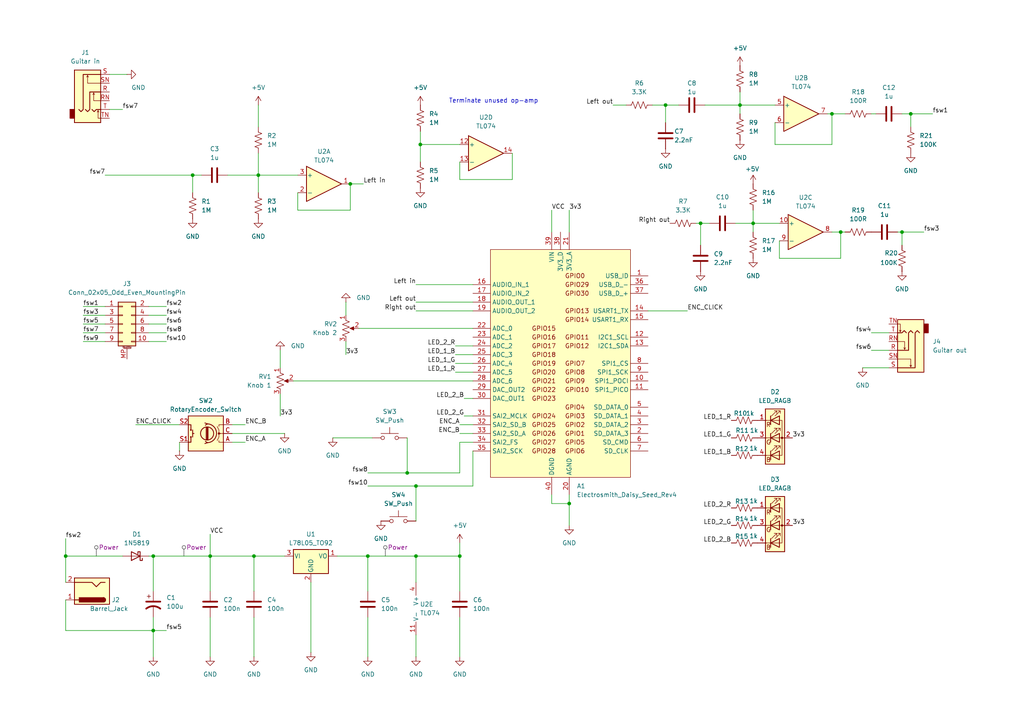
<source format=kicad_sch>
(kicad_sch (version 20250114) (generator "eeschema") (generator_version "9.0")
  (paper "A4")
  (title_block (title "Podal") (date "2025-11-05") (rev "0.7"))
  (lib_symbols
    (symbol "+5V_1" (power) (pin_numbers (hide yes)) (pin_names (offset 0) (hide yes))
      (property "Value" "+5V" (at 0 3.556 0))
      (symbol "+5V_1_1_1"
        (pin power_in line (at 0 0 90) (length 0) (name "~") (number "1"))
      )
    )
    (symbol "+5V_2" (power) (pin_numbers (hide yes)) (pin_names (offset 0) (hide yes))
      (property "Value" "+5V" (at 0 3.556 0))
      (symbol "+5V_2_1_1"
        (pin power_in line (at 0 0 90) (length 0) (name "~") (number "1"))
      )
    )
    (symbol "+5V_3" (power) (pin_numbers (hide yes)) (pin_names (offset 0) (hide yes))
      (property "Value" "+5V" (at 0 3.556 0))
      (symbol "+5V_3_1_1"
        (pin power_in line (at 0 0 90) (length 0) (name "~") (number "1"))
      )
    )
    (symbol "+5V_4" (power) (pin_numbers (hide yes)) (pin_names (offset 0) (hide yes))
      (property "Value" "+5V" (at 0 3.556 0))
      (symbol "+5V_4_1_1"
        (pin power_in line (at 0 0 90) (length 0) (name "~") (number "1"))
      )
    )
    (symbol "Amplifier_Operational:TL074" (pin_names (offset 0.127))
      (property "Reference" "U" (at 0 5.08 0))
      (property "Value" "TL074" (at 0 -5.08 0))
      (symbol "TL074_1_1"
        (pin input line (at -7.62 2.54 0) (length 2.54) (name "+") (number "3"))
        (pin input line (at -7.62 -2.54 0) (length 2.54) (name "-") (number "2"))
        (pin output line (at 7.62 0 180) (length 2.54) (name "~") (number "1"))
      )
      (symbol "TL074_2_1"
        (pin input line (at -7.62 2.54 0) (length 2.54) (name "+") (number "5"))
        (pin input line (at -7.62 -2.54 0) (length 2.54) (name "-") (number "6"))
        (pin output line (at 7.62 0 180) (length 2.54) (name "~") (number "7"))
      )
      (symbol "TL074_3_1"
        (pin input line (at -7.62 2.54 0) (length 2.54) (name "+") (number "10"))
        (pin input line (at -7.62 -2.54 0) (length 2.54) (name "-") (number "9"))
        (pin output line (at 7.62 0 180) (length 2.54) (name "~") (number "8"))
      )
      (symbol "TL074_4_1"
        (pin input line (at -7.62 2.54 0) (length 2.54) (name "+") (number "12"))
        (pin input line (at -7.62 -2.54 0) (length 2.54) (name "-") (number "13"))
        (pin output line (at 7.62 0 180) (length 2.54) (name "~") (number "14"))
      )
      (symbol "TL074_5_1"
        (pin power_in line (at -2.54 7.62 270) (length 3.81) (name "V+") (number "4"))
        (pin power_in line (at -2.54 -7.62 90) (length 3.81) (name "V-") (number "11"))
      )
    )
    (symbol "Connector:Barrel_Jack" (pin_names (offset 1.016))
      (property "Reference" "J" (at 0 5.334 0))
      (property "Value" "Barrel_Jack" (at 0 -5.08 0))
      (symbol "Barrel_Jack_1_1"
        (pin passive line (at 7.62 2.54 180) (length 2.54) (name "~") (number "1"))
        (pin passive line (at 7.62 -2.54 180) (length 2.54) (name "~") (number "2"))
      )
    )
    (symbol "Connector_Audio:NMJ6HCD2"
      (property "Reference" "J" (at 0 11.43 0))
      (property "Value" "NMJ6HCD2" (at 0 8.89 0))
      (symbol "NMJ6HCD2_1_1"
        (pin passive line (at 5.08 5.08 180) (length 2.54) (name "~") (number "S"))
        (pin passive line (at 5.08 2.54 180) (length 2.54) (name "~") (number "SN"))
        (pin passive line (at 5.08 0 180) (length 2.54) (name "~") (number "R"))
        (pin passive line (at 5.08 -2.54 180) (length 2.54) (name "~") (number "RN"))
        (pin passive line (at 5.08 -5.08 180) (length 2.54) (name "~") (number "T"))
        (pin passive line (at 5.08 -7.62 180) (length 2.54) (name "~") (number "TN"))
      )
    )
    (symbol "Connector_Generic_MountingPin:Conn_02x05_Odd_Even_MountingPin" (pin_names (offset 1.016) (hide yes))
      (property "Reference" "J" (at 1.27 7.62 0))
      (property "Value" "Conn_02x05_Odd_Even_MountingPin" (at 2.54 -7.62 0))
      (symbol "Conn_02x05_Odd_Even_MountingPin_1_1"
        (text "Mounting" (at 1.27 -6.731 0) (effects (font (size 0.381 0.381))))
        (pin passive line (at -5.08 5.08 0) (length 3.81) (name "Pin_1") (number "1"))
        (pin passive line (at -5.08 2.54 0) (length 3.81) (name "Pin_3") (number "3"))
        (pin passive line (at -5.08 0 0) (length 3.81) (name "Pin_5") (number "5"))
        (pin passive line (at -5.08 -2.54 0) (length 3.81) (name "Pin_7") (number "7"))
        (pin passive line (at -5.08 -5.08 0) (length 3.81) (name "Pin_9") (number "9"))
        (pin passive line (at 1.27 -10.16 90) (length 3.048) (name "MountPin") (number "MP"))
        (pin passive line (at 7.62 5.08 180) (length 3.81) (name "Pin_2") (number "2"))
        (pin passive line (at 7.62 2.54 180) (length 3.81) (name "Pin_4") (number "4"))
        (pin passive line (at 7.62 0 180) (length 3.81) (name "Pin_6") (number "6"))
        (pin passive line (at 7.62 -2.54 180) (length 3.81) (name "Pin_8") (number "8"))
        (pin passive line (at 7.62 -5.08 180) (length 3.81) (name "Pin_10") (number "10"))
      )
    )
    (symbol "Device:C" (pin_numbers (hide yes)) (pin_names (offset 0.254))
      (property "Reference" "C" (at 0.635 2.54 0))
      (property "Value" "C" (at 0.635 -2.54 0))
      (symbol "C_1_1"
        (pin passive line (at 0 3.81 270) (length 2.794) (name "~") (number "1"))
        (pin passive line (at 0 -3.81 90) (length 2.794) (name "~") (number "2"))
      )
    )
    (symbol "Device:C_Polarized_US" (pin_numbers (hide yes)) (pin_names (offset 0.254) (hide yes))
      (property "Reference" "C" (at 0.635 2.54 0))
      (property "Value" "C_Polarized_US" (at 0.635 -2.54 0))
      (symbol "C_Polarized_US_1_1"
        (pin passive line (at 0 3.81 270) (length 2.794) (name "~") (number "1"))
        (pin passive line (at 0 -3.81 90) (length 3.302) (name "~") (number "2"))
      )
    )
    (symbol "Device:LED_RAGB" (pin_names (offset 0) (hide yes))
      (property "Reference" "D" (at 0 9.398 0))
      (property "Value" "LED_RAGB" (at 0 -8.89 0))
      (symbol "LED_RAGB_0_0"
        (text "R" (at -1.905 3.81 0) (effects (font (size 1.27 1.27))))
        (text "G" (at -1.905 -1.27 0) (effects (font (size 1.27 1.27))))
        (text "B" (at -1.905 -6.35 0) (effects (font (size 1.27 1.27))))
      )
      (symbol "LED_RAGB_1_1"
        (pin passive line (at -5.08 5.08 0) (length 2.54) (name "RK") (number "1"))
        (pin passive line (at -5.08 0 0) (length 2.54) (name "GK") (number "3"))
        (pin passive line (at -5.08 -5.08 0) (length 2.54) (name "BK") (number "4"))
        (pin passive line (at 5.08 0 180) (length 2.54) (name "A") (number "2"))
      )
    )
    (symbol "Device:R_Potentiometer_US" (pin_names (offset 1.016) (hide yes))
      (property "Reference" "RV" (at -4.445 0 90))
      (property "Value" "R_Potentiometer_US" (at -2.54 0 90))
      (symbol "R_Potentiometer_US_1_1"
        (pin passive line (at 0 3.81 270) (length 1.27) (name "1") (number "1"))
        (pin passive line (at 0 -3.81 90) (length 1.27) (name "3") (number "3"))
        (pin passive line (at 3.81 0 180) (length 1.27) (name "2") (number "2"))
      )
    )
    (symbol "Device:R_US" (pin_numbers (hide yes)) (pin_names (offset 0))
      (property "Reference" "R" (at 2.54 0 90))
      (property "Value" "R_US" (at -2.54 0 90))
      (symbol "R_US_1_1"
        (pin passive line (at 0 3.81 270) (length 1.27) (name "~") (number "1"))
        (pin passive line (at 0 -3.81 90) (length 1.27) (name "~") (number "2"))
      )
    )
    (symbol "Device:RotaryEncoder_Switch" (pin_names (offset 0.254) (hide yes))
      (property "Reference" "SW" (at 0 6.604 0))
      (property "Value" "RotaryEncoder_Switch" (at 0 -6.604 0))
      (symbol "RotaryEncoder_Switch_1_1"
        (pin passive line (at -7.62 2.54 0) (length 2.54) (name "A") (number "A"))
        (pin passive line (at -7.62 0 0) (length 2.54) (name "C") (number "C"))
        (pin passive line (at -7.62 -2.54 0) (length 2.54) (name "B") (number "B"))
        (pin passive line (at 7.62 2.54 180) (length 2.54) (name "S1") (number "S1"))
        (pin passive line (at 7.62 -2.54 180) (length 2.54) (name "S2") (number "S2"))
      )
    )
    (symbol "Diode:1N5819" (pin_numbers (hide yes)) (pin_names (offset 1.016) (hide yes))
      (property "Reference" "D" (at 0 2.54 0))
      (property "Value" "1N5819" (at 0 -2.54 0))
      (symbol "1N5819_1_1"
        (pin passive line (at -3.81 0 0) (length 2.54) (name "K") (number "1"))
        (pin passive line (at 3.81 0 180) (length 2.54) (name "A") (number "2"))
      )
    )
    (symbol "GND_1" (power) (pin_numbers (hide yes)) (pin_names (offset 0) (hide yes))
      (property "Value" "GND" (at 0 -3.81 0))
      (symbol "GND_1_1_1"
        (pin power_in line (at 0 0 270) (length 0) (name "~") (number "1"))
      )
    )
    (symbol "GND_10" (power) (pin_numbers (hide yes)) (pin_names (offset 0) (hide yes))
      (property "Value" "GND" (at 0 -3.81 0))
      (symbol "GND_10_1_1"
        (pin power_in line (at 0 0 270) (length 0) (name "~") (number "1"))
      )
    )
    (symbol "GND_11" (power) (pin_numbers (hide yes)) (pin_names (offset 0) (hide yes))
      (property "Value" "GND" (at 0 -3.81 0))
      (symbol "GND_11_1_1"
        (pin power_in line (at 0 0 270) (length 0) (name "~") (number "1"))
      )
    )
    (symbol "GND_12" (power) (pin_numbers (hide yes)) (pin_names (offset 0) (hide yes))
      (property "Value" "GND" (at 0 -3.81 0))
      (symbol "GND_12_1_1"
        (pin power_in line (at 0 0 270) (length 0) (name "~") (number "1"))
      )
    )
    (symbol "GND_13" (power) (pin_numbers (hide yes)) (pin_names (offset 0) (hide yes))
      (property "Value" "GND" (at 0 -3.81 0))
      (symbol "GND_13_1_1"
        (pin power_in line (at 0 0 270) (length 0) (name "~") (number "1"))
      )
    )
    (symbol "GND_15" (power) (pin_numbers (hide yes)) (pin_names (offset 0) (hide yes))
      (property "Value" "GND" (at 0 -3.81 0))
      (symbol "GND_15_1_1"
        (pin power_in line (at 0 0 270) (length 0) (name "~") (number "1"))
      )
    )
    (symbol "GND_16" (power) (pin_numbers (hide yes)) (pin_names (offset 0) (hide yes))
      (property "Value" "GND" (at 0 -3.81 0))
      (symbol "GND_16_1_1"
        (pin power_in line (at 0 0 270) (length 0) (name "~") (number "1"))
      )
    )
    (symbol "GND_17" (power) (pin_numbers (hide yes)) (pin_names (offset 0) (hide yes))
      (property "Value" "GND" (at 0 -3.81 0))
      (symbol "GND_17_1_1"
        (pin power_in line (at 0 0 270) (length 0) (name "~") (number "1"))
      )
    )
    (symbol "GND_18" (power) (pin_numbers (hide yes)) (pin_names (offset 0) (hide yes))
      (property "Value" "GND" (at 0 -3.81 0))
      (symbol "GND_18_1_1"
        (pin power_in line (at 0 0 270) (length 0) (name "~") (number "1"))
      )
    )
    (symbol "GND_19" (power) (pin_numbers (hide yes)) (pin_names (offset 0) (hide yes))
      (property "Value" "GND" (at 0 -3.81 0))
      (symbol "GND_19_1_1"
        (pin power_in line (at 0 0 270) (length 0) (name "~") (number "1"))
      )
    )
    (symbol "GND_2" (power) (pin_numbers (hide yes)) (pin_names (offset 0) (hide yes))
      (property "Value" "GND" (at 0 -3.81 0))
      (symbol "GND_2_1_1"
        (pin power_in line (at 0 0 270) (length 0) (name "~") (number "1"))
      )
    )
    (symbol "GND_20" (power) (pin_numbers (hide yes)) (pin_names (offset 0) (hide yes))
      (property "Value" "GND" (at 0 -3.81 0))
      (symbol "GND_20_1_1"
        (pin power_in line (at 0 0 270) (length 0) (name "~") (number "1"))
      )
    )
    (symbol "GND_21" (power) (pin_numbers (hide yes)) (pin_names (offset 0) (hide yes))
      (property "Value" "GND" (at 0 -3.81 0))
      (symbol "GND_21_1_1"
        (pin power_in line (at 0 0 270) (length 0) (name "~") (number "1"))
      )
    )
    (symbol "GND_22" (power) (pin_numbers (hide yes)) (pin_names (offset 0) (hide yes))
      (property "Value" "GND" (at 0 -3.81 0))
      (symbol "GND_22_1_1"
        (pin power_in line (at 0 0 270) (length 0) (name "~") (number "1"))
      )
    )
    (symbol "GND_23" (power) (pin_numbers (hide yes)) (pin_names (offset 0) (hide yes))
      (property "Value" "GND" (at 0 -3.81 0))
      (symbol "GND_23_1_1"
        (pin power_in line (at 0 0 270) (length 0) (name "~") (number "1"))
      )
    )
    (symbol "GND_25" (power) (pin_numbers (hide yes)) (pin_names (offset 0) (hide yes))
      (property "Value" "GND" (at 0 -3.81 0))
      (symbol "GND_25_1_1"
        (pin power_in line (at 0 0 270) (length 0) (name "~") (number "1"))
      )
    )
    (symbol "GND_3" (power) (pin_numbers (hide yes)) (pin_names (offset 0) (hide yes))
      (property "Value" "GND" (at 0 -3.81 0))
      (symbol "GND_3_1_1"
        (pin power_in line (at 0 0 270) (length 0) (name "~") (number "1"))
      )
    )
    (symbol "GND_4" (power) (pin_numbers (hide yes)) (pin_names (offset 0) (hide yes))
      (property "Value" "GND" (at 0 -3.81 0))
      (symbol "GND_4_1_1"
        (pin power_in line (at 0 0 270) (length 0) (name "~") (number "1"))
      )
    )
    (symbol "GND_5" (power) (pin_numbers (hide yes)) (pin_names (offset 0) (hide yes))
      (property "Value" "GND" (at 0 -3.81 0))
      (symbol "GND_5_1_1"
        (pin power_in line (at 0 0 270) (length 0) (name "~") (number "1"))
      )
    )
    (symbol "GND_6" (power) (pin_numbers (hide yes)) (pin_names (offset 0) (hide yes))
      (property "Value" "GND" (at 0 -3.81 0))
      (symbol "GND_6_1_1"
        (pin power_in line (at 0 0 270) (length 0) (name "~") (number "1"))
      )
    )
    (symbol "GND_7" (power) (pin_numbers (hide yes)) (pin_names (offset 0) (hide yes))
      (property "Value" "GND" (at 0 -3.81 0))
      (symbol "GND_7_1_1"
        (pin power_in line (at 0 0 270) (length 0) (name "~") (number "1"))
      )
    )
    (symbol "GND_8" (power) (pin_numbers (hide yes)) (pin_names (offset 0) (hide yes))
      (property "Value" "GND" (at 0 -3.81 0))
      (symbol "GND_8_1_1"
        (pin power_in line (at 0 0 270) (length 0) (name "~") (number "1"))
      )
    )
    (symbol "GND_9" (power) (pin_numbers (hide yes)) (pin_names (offset 0) (hide yes))
      (property "Value" "GND" (at 0 -3.81 0))
      (symbol "GND_9_1_1"
        (pin power_in line (at 0 0 270) (length 0) (name "~") (number "1"))
      )
    )
    (symbol "MCU_Module:Electrosmith_Daisy_Seed_Rev4"
      (property "Reference" "A" (at -20.32 34.29 0))
      (property "Value" "Electrosmith_Daisy_Seed_Rev4" (at 33.02 34.29 0))
      (symbol "Electrosmith_Daisy_Seed_Rev4_0_0"
        (text "GPIO15" (at -1.27 10.16 0) (effects (font (size 1.27 1.27)) (justify right)))
        (text "GPIO16" (at -1.27 7.62 0) (effects (font (size 1.27 1.27)) (justify right)))
        (text "GPIO17" (at -1.27 5.08 0) (effects (font (size 1.27 1.27)) (justify right)))
        (text "GPIO18" (at -1.27 2.54 0) (effects (font (size 1.27 1.27)) (justify right)))
        (text "GPIO19" (at -1.27 0 0) (effects (font (size 1.27 1.27)) (justify right)))
        (text "GPIO20" (at -1.27 -2.54 0) (effects (font (size 1.27 1.27)) (justify right)))
        (text "GPIO21" (at -1.27 -5.08 0) (effects (font (size 1.27 1.27)) (justify right)))
        (text "GPIO22" (at -1.27 -7.62 0) (effects (font (size 1.27 1.27)) (justify right)))
        (text "GPIO23" (at -1.27 -10.16 0) (effects (font (size 1.27 1.27)) (justify right)))
        (text "GPIO24" (at -1.27 -15.24 0) (effects (font (size 1.27 1.27)) (justify right)))
        (text "GPIO25" (at -1.27 -17.78 0) (effects (font (size 1.27 1.27)) (justify right)))
        (text "GPIO26" (at -1.27 -20.32 0) (effects (font (size 1.27 1.27)) (justify right)))
        (text "GPIO27" (at -1.27 -22.86 0) (effects (font (size 1.27 1.27)) (justify right)))
        (text "GPIO28" (at -1.27 -25.4 0) (effects (font (size 1.27 1.27)) (justify right)))
        (text "GPIO0" (at 1.27 25.4 0) (effects (font (size 1.27 1.27)) (justify left)))
        (text "GPIO29" (at 1.27 22.86 0) (effects (font (size 1.27 1.27)) (justify left)))
        (text "GPIO30" (at 1.27 20.32 0) (effects (font (size 1.27 1.27)) (justify left)))
        (text "GPIO13" (at 1.27 15.24 0) (effects (font (size 1.27 1.27)) (justify left)))
        (text "GPIO14" (at 1.27 12.7 0) (effects (font (size 1.27 1.27)) (justify left)))
        (text "GPIO11" (at 1.27 7.62 0) (effects (font (size 1.27 1.27)) (justify left)))
        (text "GPIO12" (at 1.27 5.08 0) (effects (font (size 1.27 1.27)) (justify left)))
        (text "GPIO7" (at 1.27 0 0) (effects (font (size 1.27 1.27)) (justify left)))
        (text "GPIO8" (at 1.27 -2.54 0) (effects (font (size 1.27 1.27)) (justify left)))
        (text "GPIO9" (at 1.27 -5.08 0) (effects (font (size 1.27 1.27)) (justify left)))
        (text "GPIO10" (at 1.27 -7.62 0) (effects (font (size 1.27 1.27)) (justify left)))
        (text "GPIO4" (at 1.27 -12.7 0) (effects (font (size 1.27 1.27)) (justify left)))
        (text "GPIO3" (at 1.27 -15.24 0) (effects (font (size 1.27 1.27)) (justify left)))
        (text "GPIO2" (at 1.27 -17.78 0) (effects (font (size 1.27 1.27)) (justify left)))
        (text "GPIO1" (at 1.27 -20.32 0) (effects (font (size 1.27 1.27)) (justify left)))
        (text "GPIO5" (at 1.27 -22.86 0) (effects (font (size 1.27 1.27)) (justify left)))
        (text "GPIO6" (at 1.27 -25.4 0) (effects (font (size 1.27 1.27)) (justify left)))
        (pin input line (at -25.4 22.86 0) (length 5.08) (name "AUDIO_IN_1") (number "16"))
        (pin input line (at -25.4 20.32 0) (length 5.08) (name "AUDIO_IN_2") (number "17"))
        (pin output line (at -25.4 17.78 0) (length 5.08) (name "AUDIO_OUT_1") (number "18"))
        (pin output line (at -25.4 15.24 0) (length 5.08) (name "AUDIO_OUT_2") (number "19"))
        (pin bidirectional line (at -25.4 10.16 0) (length 5.08) (name "ADC_0") (number "22"))
        (pin bidirectional line (at -25.4 7.62 0) (length 5.08) (name "ADC_1") (number "23"))
        (pin bidirectional line (at -25.4 5.08 0) (length 5.08) (name "ADC_2") (number "24"))
        (pin bidirectional line (at -25.4 2.54 0) (length 5.08) (name "ADC_3") (number "25"))
        (pin bidirectional line (at -25.4 0 0) (length 5.08) (name "ADC_4") (number "26"))
        (pin bidirectional line (at -25.4 -2.54 0) (length 5.08) (name "ADC_5") (number "27"))
        (pin bidirectional line (at -25.4 -5.08 0) (length 5.08) (name "ADC_6") (number "28"))
        (pin bidirectional line (at -25.4 -7.62 0) (length 5.08) (name "DAC_OUT2") (number "29"))
        (pin bidirectional line (at -25.4 -10.16 0) (length 5.08) (name "DAC_OUT1") (number "30"))
        (pin bidirectional line (at -25.4 -15.24 0) (length 5.08) (name "SAI2_MCLK") (number "31"))
        (pin bidirectional line (at -25.4 -17.78 0) (length 5.08) (name "SAI2_SD_B") (number "32"))
        (pin bidirectional line (at -25.4 -20.32 0) (length 5.08) (name "SAI2_SD_A") (number "33"))
        (pin bidirectional line (at -25.4 -22.86 0) (length 5.08) (name "SAI2_FS") (number "34"))
        (pin bidirectional line (at -25.4 -25.4 0) (length 5.08) (name "SAI2_SCK") (number "35"))
        (pin power_in line (at -2.54 38.1 270) (length 5.08) (name "VIN") (number "39"))
        (pin power_in line (at -2.54 -38.1 90) (length 5.08) (name "DGND") (number "40"))
        (pin power_out line (at 0 38.1 270) (length 5.08) (name "3V3_D") (number "38"))
        (pin power_out line (at 2.54 38.1 270) (length 5.08) (name "3V3_A") (number "21"))
        (pin power_in line (at 2.54 -38.1 90) (length 5.08) (name "AGND") (number "20"))
        (pin bidirectional line (at 25.4 25.4 180) (length 5.08) (name "USB_ID") (number "1"))
        (pin bidirectional line (at 25.4 22.86 180) (length 5.08) (name "USB_D_-") (number "36"))
        (pin bidirectional line (at 25.4 20.32 180) (length 5.08) (name "USB_D_+") (number "37"))
        (pin bidirectional line (at 25.4 15.24 180) (length 5.08) (name "USART1_TX") (number "14"))
        (pin bidirectional line (at 25.4 12.7 180) (length 5.08) (name "USART1_RX") (number "15"))
        (pin bidirectional line (at 25.4 7.62 180) (length 5.08) (name "I2C1_SCL") (number "12"))
        (pin bidirectional line (at 25.4 5.08 180) (length 5.08) (name "I2C1_SDA") (number "13"))
        (pin bidirectional line (at 25.4 0 180) (length 5.08) (name "SPI1_CS") (number "8"))
        (pin bidirectional line (at 25.4 -2.54 180) (length 5.08) (name "SPI1_SCK") (number "9"))
        (pin bidirectional line (at 25.4 -5.08 180) (length 5.08) (name "SPI1_POCI") (number "10"))
        (pin bidirectional line (at 25.4 -7.62 180) (length 5.08) (name "SPI1_PICO") (number "11"))
        (pin bidirectional line (at 25.4 -12.7 180) (length 5.08) (name "SD_DATA_0") (number "5"))
        (pin bidirectional line (at 25.4 -15.24 180) (length 5.08) (name "SD_DATA_1") (number "4"))
        (pin bidirectional line (at 25.4 -17.78 180) (length 5.08) (name "SD_DATA_2") (number "3"))
        (pin bidirectional line (at 25.4 -20.32 180) (length 5.08) (name "SD_DATA_3") (number "2"))
        (pin bidirectional line (at 25.4 -22.86 180) (length 5.08) (name "SD_CMD") (number "6"))
        (pin bidirectional line (at 25.4 -25.4 180) (length 5.08) (name "SD_CLK") (number "7"))
      )
    )
    (symbol "Regulator_Linear:L78L05_TO92" (pin_names (offset 0.254))
      (property "Reference" "U" (at -3.81 3.175 0))
      (property "Value" "L78L05_TO92" (at 0 3.175 0))
      (symbol "L78L05_TO92_1_1"
        (pin power_in line (at -7.62 0 0) (length 2.54) (name "VI") (number "3"))
        (pin power_in line (at 0 -7.62 90) (length 2.54) (name "GND") (number "2"))
        (pin power_out line (at 7.62 0 180) (length 2.54) (name "VO") (number "1"))
      )
    )
    (symbol "Switch:SW_Push" (pin_numbers (hide yes)) (pin_names (offset 1.016) (hide yes))
      (property "Reference" "SW" (at 1.27 2.54 0))
      (property "Value" "SW_Push" (at 0 -1.524 0))
      (symbol "SW_Push_0_1"
        (pin passive line (at -5.08 0 0) (length 2.54) (name "1") (number "1"))
        (pin passive line (at 5.08 0 180) (length 2.54) (name "2") (number "2"))
      )
    )
    (symbol "power:+5V" (power) (pin_numbers (hide yes)) (pin_names (offset 0) (hide yes))
      (property "Value" "+5V" (at 0 3.556 0))
      (symbol "+5V_1_1"
        (pin power_in line (at 0 0 90) (length 0) (name "~") (number "1"))
      )
    )
  )
  (text "Terminate unused op-amp" (at 130.175 30.099 0) (effects (font (size 1.27 1.27)) (justify left bottom)))
  (junction (at 261.62 67.31))
  (junction (at 55.88 50.8))
  (junction (at 60.96 161.29))
  (junction (at 214.63 30.48))
  (junction (at 218.44 64.77))
  (junction (at 44.45 182.88))
  (junction (at 193.04 30.48))
  (junction (at 243.84 67.31))
  (junction (at 106.68 161.29))
  (junction (at 203.2 64.77))
  (junction (at 121.92 41.91))
  (junction (at 101.6 53.34))
  (junction (at 241.3 33.02))
  (junction (at 120.65 161.29))
  (junction (at 165.1 146.05))
  (junction (at 118.11 137.16))
  (junction (at 74.93 50.8))
  (junction (at 120.65 140.97))
  (junction (at 19.05 161.29))
  (junction (at 264.16 33.02))
  (junction (at 44.45 161.29))
  (junction (at 73.66 161.29))
  (junction (at 133.35 161.29))
  (wire (pts (xy 214.63 26.67) (xy 214.63 30.48)))
  (wire (pts (xy 55.88 50.8) (xy 55.88 55.88)))
  (wire (pts (xy 252.73 33.02) (xy 254 33.02)))
  (wire (pts (xy 43.18 93.98) (xy 48.26 93.98)))
  (wire (pts (xy 24.13 91.44) (xy 30.48 91.44)))
  (wire (pts (xy 74.93 50.8) (xy 74.93 55.88)))
  (wire (pts (xy 133.35 157.48) (xy 133.35 161.29)))
  (wire (pts (xy 73.66 179.07) (xy 73.66 190.5)))
  (wire (pts (xy 96.52 127) (xy 107.95 127)))
  (wire (pts (xy 132.08 102.87) (xy 137.16 102.87)))
  (wire (pts (xy 177.8 30.48) (xy 181.61 30.48)))
  (wire (pts (xy 52.07 128.27) (xy 52.07 130.81)))
  (wire (pts (xy 39.37 123.19) (xy 52.07 123.19)))
  (wire (pts (xy 224.79 41.91) (xy 241.3 41.91)))
  (wire (pts (xy 132.08 100.33) (xy 137.16 100.33)))
  (wire (pts (xy 264.16 33.02) (xy 264.16 36.83)))
  (wire (pts (xy 43.18 99.06) (xy 48.26 99.06)))
  (wire (pts (xy 218.44 64.77) (xy 226.06 64.77)))
  (wire (pts (xy 106.68 137.16) (xy 118.11 137.16)))
  (wire (pts (xy 241.3 33.02) (xy 245.11 33.02)))
  (wire (pts (xy 74.93 30.48) (xy 74.93 36.83)))
  (wire (pts (xy 121.92 38.1) (xy 121.92 41.91)))
  (wire (pts (xy 60.96 161.29) (xy 60.96 171.45)))
  (wire (pts (xy 86.36 60.96) (xy 101.6 60.96)))
  (wire (pts (xy 74.93 50.8) (xy 86.36 50.8)))
  (wire (pts (xy 252.73 101.6) (xy 257.81 101.6)))
  (wire (pts (xy 19.05 173.99) (xy 19.05 182.88)))
  (wire (pts (xy 67.31 125.73) (xy 82.55 125.73)))
  (wire (pts (xy 44.45 182.88) (xy 44.45 190.5)))
  (wire (pts (xy 160.02 60.96) (xy 160.02 67.31)))
  (wire (pts (xy 137.16 130.81) (xy 137.16 140.97)))
  (wire (pts (xy 106.68 161.29) (xy 106.68 171.45)))
  (wire (pts (xy 24.13 88.9) (xy 30.48 88.9)))
  (wire (pts (xy 133.35 125.73) (xy 137.16 125.73)))
  (wire (pts (xy 133.35 161.29) (xy 133.35 171.45)))
  (wire (pts (xy 101.6 53.34) (xy 105.41 53.34)))
  (wire (pts (xy 260.35 67.31) (xy 261.62 67.31)))
  (wire (pts (xy 243.84 67.31) (xy 243.84 74.93)))
  (wire (pts (xy 85.09 110.49) (xy 137.16 110.49)))
  (wire (pts (xy 218.44 60.96) (xy 218.44 64.77)))
  (wire (pts (xy 132.08 107.95) (xy 137.16 107.95)))
  (wire (pts (xy 81.28 114.3) (xy 81.28 120.65)))
  (wire (pts (xy 100.33 87.63) (xy 100.33 91.44)))
  (wire (pts (xy 43.18 96.52) (xy 48.26 96.52)))
  (wire (pts (xy 218.44 64.77) (xy 218.44 67.31)))
  (wire (pts (xy 104.14 95.25) (xy 137.16 95.25)))
  (wire (pts (xy 73.66 161.29) (xy 73.66 171.45)))
  (wire (pts (xy 134.62 120.65) (xy 137.16 120.65)))
  (wire (pts (xy 120.65 140.97) (xy 120.65 151.13)))
  (wire (pts (xy 193.04 30.48) (xy 196.85 30.48)))
  (wire (pts (xy 101.6 53.34) (xy 101.6 60.96)))
  (wire (pts (xy 132.08 105.41) (xy 137.16 105.41)))
  (wire (pts (xy 137.16 128.27) (xy 133.35 128.27)))
  (wire (pts (xy 24.13 99.06) (xy 30.48 99.06)))
  (wire (pts (xy 31.75 21.59) (xy 36.83 21.59)))
  (wire (pts (xy 243.84 67.31) (xy 245.11 67.31)))
  (wire (pts (xy 261.62 67.31) (xy 261.62 71.12)))
  (wire (pts (xy 187.96 90.17) (xy 199.39 90.17)))
  (wire (pts (xy 44.45 161.29) (xy 44.45 171.45)))
  (wire (pts (xy 121.92 41.91) (xy 121.92 46.99)))
  (wire (pts (xy 134.62 115.57) (xy 137.16 115.57)))
  (wire (pts (xy 24.13 96.52) (xy 30.48 96.52)))
  (wire (pts (xy 240.03 33.02) (xy 241.3 33.02)))
  (wire (pts (xy 120.65 90.17) (xy 137.16 90.17)))
  (wire (pts (xy 43.18 161.29) (xy 44.45 161.29)))
  (wire (pts (xy 133.35 179.07) (xy 133.35 190.5)))
  (wire (pts (xy 213.36 64.77) (xy 218.44 64.77)))
  (wire (pts (xy 66.04 50.8) (xy 74.93 50.8)))
  (wire (pts (xy 44.45 161.29) (xy 60.96 161.29)))
  (wire (pts (xy 226.06 74.93) (xy 243.84 74.93)))
  (wire (pts (xy 106.68 161.29) (xy 120.65 161.29)))
  (wire (pts (xy 121.92 41.91) (xy 133.35 41.91)))
  (wire (pts (xy 203.2 64.77) (xy 203.2 71.12)))
  (wire (pts (xy 19.05 161.29) (xy 35.56 161.29)))
  (wire (pts (xy 160.02 143.51) (xy 160.02 146.05)))
  (wire (pts (xy 44.45 182.88) (xy 48.26 182.88)))
  (wire (pts (xy 189.23 30.48) (xy 193.04 30.48)))
  (wire (pts (xy 264.16 33.02) (xy 270.51 33.02)))
  (wire (pts (xy 74.93 44.45) (xy 74.93 50.8)))
  (wire (pts (xy 193.04 30.48) (xy 193.04 35.56)))
  (wire (pts (xy 60.96 161.29) (xy 73.66 161.29)))
  (wire (pts (xy 214.63 30.48) (xy 214.63 33.02)))
  (wire (pts (xy 30.48 50.8) (xy 55.88 50.8)))
  (wire (pts (xy 165.1 143.51) (xy 165.1 146.05)))
  (wire (pts (xy 120.65 87.63) (xy 137.16 87.63)))
  (wire (pts (xy 60.96 154.94) (xy 60.96 161.29)))
  (wire (pts (xy 86.36 55.88) (xy 86.36 60.96)))
  (wire (pts (xy 133.35 46.99) (xy 133.35 52.07)))
  (wire (pts (xy 261.62 67.31) (xy 267.97 67.31)))
  (wire (pts (xy 133.35 52.07) (xy 148.59 52.07)))
  (wire (pts (xy 90.17 168.91) (xy 90.17 189.23)))
  (wire (pts (xy 165.1 60.96) (xy 165.1 67.31)))
  (wire (pts (xy 118.11 137.16) (xy 133.35 137.16)))
  (wire (pts (xy 261.62 33.02) (xy 264.16 33.02)))
  (wire (pts (xy 19.05 161.29) (xy 19.05 168.91)))
  (wire (pts (xy 203.2 64.77) (xy 205.74 64.77)))
  (wire (pts (xy 81.28 101.6) (xy 81.28 106.68)))
  (wire (pts (xy 214.63 30.48) (xy 224.79 30.48)))
  (wire (pts (xy 120.65 140.97) (xy 137.16 140.97)))
  (wire (pts (xy 67.31 128.27) (xy 71.12 128.27)))
  (wire (pts (xy 43.18 88.9) (xy 48.26 88.9)))
  (wire (pts (xy 120.65 82.55) (xy 137.16 82.55)))
  (wire (pts (xy 73.66 161.29) (xy 82.55 161.29)))
  (wire (pts (xy 19.05 156.21) (xy 19.05 161.29)))
  (wire (pts (xy 19.05 182.88) (xy 44.45 182.88)))
  (wire (pts (xy 252.73 96.52) (xy 257.81 96.52)))
  (wire (pts (xy 120.65 161.29) (xy 120.65 168.91)))
  (wire (pts (xy 106.68 140.97) (xy 120.65 140.97)))
  (wire (pts (xy 165.1 146.05) (xy 165.1 152.4)))
  (wire (pts (xy 201.93 64.77) (xy 203.2 64.77)))
  (wire (pts (xy 224.79 35.56) (xy 224.79 41.91)))
  (wire (pts (xy 67.31 123.19) (xy 71.12 123.19)))
  (wire (pts (xy 133.35 123.19) (xy 137.16 123.19)))
  (wire (pts (xy 241.3 33.02) (xy 241.3 41.91)))
  (wire (pts (xy 100.33 99.06) (xy 100.33 102.87)))
  (wire (pts (xy 120.65 161.29) (xy 133.35 161.29)))
  (wire (pts (xy 60.96 179.07) (xy 60.96 190.5)))
  (wire (pts (xy 24.13 93.98) (xy 30.48 93.98)))
  (wire (pts (xy 250.19 106.68) (xy 257.81 106.68)))
  (wire (pts (xy 31.75 31.75) (xy 35.56 31.75)))
  (wire (pts (xy 160.02 146.05) (xy 165.1 146.05)))
  (wire (pts (xy 106.68 179.07) (xy 106.68 190.5)))
  (wire (pts (xy 43.18 91.44) (xy 48.26 91.44)))
  (wire (pts (xy 133.35 128.27) (xy 133.35 137.16)))
  (wire (pts (xy 226.06 69.85) (xy 226.06 74.93)))
  (wire (pts (xy 204.47 30.48) (xy 214.63 30.48)))
  (wire (pts (xy 55.88 50.8) (xy 58.42 50.8)))
  (wire (pts (xy 148.59 52.07) (xy 148.59 44.45)))
  (wire (pts (xy 120.65 184.15) (xy 120.65 190.5)))
  (wire (pts (xy 44.45 179.07) (xy 44.45 182.88)))
  (wire (pts (xy 118.11 127) (xy 118.11 137.16)))
  (wire (pts (xy 97.79 161.29) (xy 106.68 161.29)))
  (wire (pts (xy 241.3 67.31) (xy 243.84 67.31)))
  (label "VCC" (at 160.02 60.96 0))
  (label "3v3" (at 229.87 152.4 0))
  (label "LED_2_R" (at 132.08 100.33 180))
  (label "ENC_CLICK" (at 39.37 123.19 0))
  (label "fsw6" (at 48.26 93.98 0))
  (label "Right out" (at 120.65 90.17 180))
  (label "Left out" (at 177.8 30.48 180))
  (label "ENC_B" (at 133.35 125.73 180))
  (label "ENC_A" (at 71.12 128.27 0))
  (label "LED_1_G" (at 132.08 105.41 180))
  (label "fsw10" (at 106.68 140.97 180))
  (label "fsw3" (at 267.97 67.31 0))
  (label "LED_2_B" (at 212.09 157.48 180))
  (label "Right out" (at 194.31 64.77 180))
  (label "fsw3" (at 24.13 91.44 0))
  (label "LED_2_G" (at 212.09 152.4 180))
  (label "fsw5" (at 24.13 93.98 0))
  (label "fsw1" (at 270.51 33.02 0))
  (label "3v3" (at 165.1 60.96 0))
  (label "fsw10" (at 48.26 99.06 0))
  (label "fsw2" (at 48.26 88.9 0))
  (label "LED_2_G" (at 134.62 120.65 180))
  (label "fsw7" (at 30.48 50.8 180))
  (label "fsw6" (at 252.73 101.6 180))
  (label "VCC" (at 60.96 154.94 0))
  (label "fsw1" (at 24.13 88.9 0))
  (label "LED_1_R" (at 132.08 107.95 180))
  (label "LED_1_B" (at 132.08 102.87 180))
  (label "Left in" (at 105.41 53.34 0))
  (label "fsw2" (at 19.05 156.21 0))
  (label "fsw4" (at 252.73 96.52 180))
  (label "fsw5" (at 48.26 182.88 0))
  (label "fsw9" (at 24.13 99.06 0))
  (label "LED_1_R" (at 212.09 121.92 180))
  (label "fsw7" (at 24.13 96.52 0))
  (label "Left in" (at 120.65 82.55 180))
  (label "LED_1_B" (at 212.09 132.08 180))
  (label "ENC_CLICK" (at 199.39 90.17 0))
  (label "fsw7" (at 35.56 31.75 0))
  (label "fsw8" (at 106.68 137.16 180))
  (label "ENC_B" (at 71.12 123.19 0))
  (label "Left out" (at 120.65 87.63 180))
  (label "3v3" (at 81.28 120.65 0))
  (label "LED_2_R" (at 212.09 147.32 180))
  (label "LED_1_G" (at 212.09 127 180))
  (label "LED_2_B" (at 134.62 115.57 180))
  (label "3v3" (at 229.87 127 0))
  (label "fsw4" (at 48.26 91.44 0))
  (label "fsw8" (at 48.26 96.52 0))
  (label "ENC_A" (at 133.35 123.19 180))
  (label "3v3" (at 100.33 102.87 0))
  (netclass_flag "" (length 2.54) (shape round) (at 53.34 161.29 0) (property "Netclass" "Power" (at 54.0385 158.75 0) (effects (justify left))))
  (netclass_flag "" (length 2.54) (shape round) (at 111.76 161.29 0) (property "Netclass" "Power" (at 112.4585 158.75 0) (effects (justify left))))
  (netclass_flag "" (length 2.54) (shape round) (at 27.94 161.29 0) (property "Netclass" "Power" (at 28.6385 158.75 0) (effects (justify left))))
  (symbol (lib_name "GND_15") (lib_id "power:GND") (at 203.2 78.74 0) (unit 1)
    (property "Reference" "#PWR023" (effects (hide yes)))
    (property "Value" "GND" (at 203.2 83.82 0))
    (property "Description" "Power symbol creates a global label with name \"GND\" , ground" (effects (hide yes)))
  )
  (symbol (lib_id "Device:R_US") (at 215.9 127 90) (unit 1)
    (property "Reference" "R11" (at 215.265 124.841 90))
    (property "Value" "1k" (at 218.694 124.841 90))
    (property "Footprint" "Resistor_SMD:R_0805_2012Metric" (effects (hide yes)))
  )
  (symbol (lib_id "Device:R_US") (at 215.9 147.32 90) (unit 1)
    (property "Reference" "R13" (at 215.138 145.415 90))
    (property "Value" "1k" (at 218.567 145.288 90))
    (property "Footprint" "Resistor_SMD:R_0805_2012Metric" (effects (hide yes)))
  )
  (symbol (lib_id "Device:LED_RAGB") (at 224.79 127 0) (unit 1)
    (property "Reference" "D2" (at 224.79 113.665 0))
    (property "Value" "LED_RAGB" (at 224.79 116.205 0))
    (property "Footprint" "LED_THT:LED_D5.0mm-4_RGB_Wide_Pins" (effects (hide yes)))
  )
  (symbol (lib_id "Device:R_US") (at 248.92 33.02 90) (unit 1)
    (property "Reference" "R18" (at 248.92 26.67 90))
    (property "Value" "100R" (at 248.92 29.21 90))
    (property "Footprint" "Resistor_SMD:R_0805_2012Metric" (effects (hide yes)))
  )
  (symbol (lib_name "GND_10") (lib_id "power:GND") (at 96.52 127 0) (unit 1)
    (property "Reference" "#PWR012" (effects (hide yes)))
    (property "Value" "GND" (at 96.52 132.08 0))
    (property "Description" "Power symbol creates a global label with name \"GND\" , ground" (effects (hide yes)))
  )
  (symbol (lib_id "Device:RotaryEncoder_Switch") (at 59.69 125.73 180) (unit 1)
    (property "Reference" "SW2" (at 59.69 116.205 0))
    (property "Value" "RotaryEncoder_Switch" (at 59.69 118.745 0))
    (property "Footprint" "Project:RotaryEncoder_Alps_EC12E-Switch_Vertical_H20mm" (effects (hide yes)))
  )
  (symbol (lib_id "Device:R_US") (at 74.93 40.64 0) (unit 1)
    (property "Reference" "R2" (at 77.47 39.37 0) (effects (justify left)))
    (property "Value" "1M" (at 77.47 41.91 0) (effects (justify left)))
    (property "Footprint" "Resistor_SMD:R_0805_2012Metric" (effects (hide yes)))
  )
  (symbol (lib_id "Device:C") (at 200.66 30.48 90) (unit 1)
    (property "Reference" "C8" (at 200.66 24.13 90))
    (property "Value" "1u" (at 200.66 26.67 90))
    (property "Footprint" "Capacitor_SMD:C_0805_2012Metric" (effects (hide yes)))
  )
  (symbol (lib_id "Device:R_US") (at 215.9 132.08 90) (unit 1)
    (property "Reference" "R12" (at 215.138 130.175 90))
    (property "Value" "1k" (at 218.567 130.048 90))
    (property "Footprint" "Resistor_SMD:R_0805_2012Metric" (effects (hide yes)))
  )
  (symbol (lib_name "GND_22") (lib_id "power:GND") (at 120.65 190.5 0) (unit 1)
    (property "Reference" "#PWR016" (effects (hide yes)))
    (property "Value" "GND" (at 120.65 195.58 0))
    (property "Description" "Power symbol creates a global label with name \"GND\" , ground" (effects (hide yes)))
  )
  (symbol (lib_name "+5V_2") (lib_id "power:+5V") (at 121.92 30.48 0) (unit 1)
    (property "Reference" "#PWR017" (effects (hide yes)))
    (property "Value" "+5V" (at 121.92 25.4 0))
    (property "Description" "Power symbol creates a global label with name \"+5V\"" (effects (hide yes)))
  )
  (symbol (lib_name "GND_16") (lib_id "power:GND") (at 214.63 40.64 0) (unit 1)
    (property "Reference" "#PWR025" (effects (hide yes)))
    (property "Value" "GND" (at 214.63 45.72 0))
    (property "Description" "Power symbol creates a global label with name \"GND\" , ground" (effects (hide yes)))
  )
  (symbol (lib_id "Amplifier_Operational:TL074") (at 140.97 44.45 0) (unit 4)
    (property "Reference" "U2" (at 140.97 34.036 0))
    (property "Value" "TL074" (at 140.97 36.576 0))
    (property "Footprint" "Package_SO:SOIC-14_3.9x8.7mm_P1.27mm" (effects (hide yes)))
    (property "Datasheet" "http://www.ti.com/lit/ds/symlink/tl071.pdf" (effects (hide yes)))
  )
  (symbol (lib_name "GND_2") (lib_id "power:GND") (at 55.88 63.5 0) (unit 1)
    (property "Reference" "#PWR04" (effects (hide yes)))
    (property "Value" "GND" (at 55.88 68.58 0))
    (property "Description" "Power symbol creates a global label with name \"GND\" , ground" (effects (hide yes)))
  )
  (symbol (lib_id "Device:R_US") (at 218.44 57.15 0) (unit 1)
    (property "Reference" "R16" (at 220.98 55.88 0) (effects (justify left)))
    (property "Value" "1M" (at 220.98 58.42 0) (effects (justify left)))
    (property "Footprint" "Resistor_SMD:R_0805_2012Metric" (effects (hide yes)))
  )
  (symbol (lib_id "Device:C") (at 106.68 175.26 180) (unit 1)
    (property "Reference" "C5" (at 110.49 173.99 0) (effects (justify right)))
    (property "Value" "100n" (at 110.49 176.53 0) (effects (justify right)))
    (property "Footprint" "Capacitor_SMD:C_0805_2012Metric" (effects (hide yes)))
  )
  (symbol (lib_id "Device:R_US") (at 74.93 59.69 0) (unit 1)
    (property "Reference" "R3" (at 77.47 58.42 0) (effects (justify left)))
    (property "Value" "1M" (at 77.47 60.96 0) (effects (justify left)))
    (property "Footprint" "Resistor_SMD:R_0805_2012Metric" (effects (hide yes)))
  )
  (symbol (lib_id "Amplifier_Operational:TL074") (at 123.19 176.53 0) (unit 5)
    (property "Reference" "U2" (at 121.793 175.26 0) (effects (justify left)))
    (property "Value" "TL074" (at 121.793 177.8 0) (effects (justify left)))
    (property "Footprint" "Package_SO:SOIC-14_3.9x8.7mm_P1.27mm" (effects (hide yes)))
    (property "Datasheet" "http://www.ti.com/lit/ds/symlink/tl071.pdf" (effects (hide yes)))
  )
  (symbol (lib_name "GND_10") (lib_id "power:GND") (at 82.55 125.73 0) (unit 1)
    (property "Reference" "#PWR010" (effects (hide yes)))
    (property "Value" "GND" (at 82.55 130.81 0))
    (property "Description" "Power symbol creates a global label with name \"GND\" , ground" (effects (hide yes)))
  )
  (symbol (lib_name "GND_5") (lib_id "power:GND") (at 73.66 190.5 0) (unit 1)
    (property "Reference" "#PWR06" (effects (hide yes)))
    (property "Value" "GND" (at 73.66 195.58 0))
    (property "Description" "Power symbol creates a global label with name \"GND\" , ground" (effects (hide yes)))
  )
  (symbol (lib_id "Device:R_Potentiometer_US") (at 100.33 95.25 0) (unit 1)
    (property "Reference" "RV2" (at 97.79 93.98 0) (effects (justify right)))
    (property "Value" "Knob 2" (at 97.79 96.52 0) (effects (justify right)))
    (property "Footprint" "Project:Potentiometer_Alps_RK09K_Single_Vertical" (effects (hide yes)))
  )
  (symbol (lib_name "GND_23") (lib_id "power:GND") (at 133.35 190.5 0) (unit 1)
    (property "Reference" "#PWR020" (effects (hide yes)))
    (property "Value" "GND" (at 133.35 195.58 0))
    (property "Description" "Power symbol creates a global label with name \"GND\" , ground" (effects (hide yes)))
  )
  (symbol (lib_id "Connector_Audio:NMJ6HCD2") (at 26.67 26.67 0) (unit 1)
    (property "Reference" "J1" (at 24.765 15.24 0))
    (property "Value" "Guitar in" (at 24.765 17.78 0))
    (property "Footprint" "Project:Jack_6.35mm_Neutrik_NMJ6HCD2_Horizontal" (effects (hide yes)))
    (property "Datasheet" "https://www.neutrik.com/en/product/nmj6hcd2" (effects (hide yes)))
    (property "Description" "M Series, 6.35mm (1/4in) stereo jack, switched, with chrome ferrule and straight PCB pins" (effects (hide yes)))
  )
  (symbol (lib_id "Amplifier_Operational:TL074") (at 232.41 33.02 0) (unit 2)
    (property "Reference" "U2" (at 232.41 22.606 0))
    (property "Value" "TL074" (at 232.41 25.146 0))
    (property "Footprint" "Package_SO:SOIC-14_3.9x8.7mm_P1.27mm" (effects (hide yes)))
    (property "Datasheet" "http://www.ti.com/lit/ds/symlink/tl071.pdf" (effects (hide yes)))
  )
  (symbol (lib_name "GND_6") (lib_id "power:GND") (at 106.68 190.5 0) (unit 1)
    (property "Reference" "#PWR014" (effects (hide yes)))
    (property "Value" "GND" (at 106.68 195.58 0))
    (property "Description" "Power symbol creates a global label with name \"GND\" , ground" (effects (hide yes)))
  )
  (symbol (lib_name "+5V_1") (lib_id "power:+5V") (at 74.93 30.48 0) (unit 1)
    (property "Reference" "#PWR07" (effects (hide yes)))
    (property "Value" "+5V" (at 74.93 25.4 0))
    (property "Description" "Power symbol creates a global label with name \"+5V\"" (effects (hide yes)))
  )
  (symbol (lib_name "GND_7") (lib_id "power:GND") (at 44.45 190.5 0) (unit 1)
    (property "Reference" "#PWR02" (effects (hide yes)))
    (property "Value" "GND" (at 44.45 195.58 0))
    (property "Description" "Power symbol creates a global label with name \"GND\" , ground" (effects (hide yes)))
  )
  (symbol (lib_id "Switch:SW_Push") (at 115.57 151.13 0) (unit 1)
    (property "Reference" "SW4" (at 115.57 143.51 0))
    (property "Value" "SW_Push" (at 115.57 146.05 0))
    (property "Footprint" "Connector_Wire:SolderWire-0.5sqmm_1x02_P4.6mm_D0.9mm_OD2.1mm" (effects (hide yes)))
    (property "Description" "Push button switch, generic, two pins" (effects (hide yes)))
  )
  (symbol (lib_id "power:+5V") (at 133.35 157.48 0) (unit 1)
    (property "Reference" "#PWR019" (effects (hide yes)))
    (property "Value" "+5V" (at 133.35 152.4 0))
    (property "Description" "Power symbol creates a global label with name \"+5V\"" (effects (hide yes)))
  )
  (symbol (lib_id "Device:LED_RAGB") (at 224.79 152.4 0) (unit 1)
    (property "Reference" "D3" (at 224.79 139.065 0))
    (property "Value" "LED_RAGB" (at 224.79 141.605 0))
    (property "Footprint" "LED_THT:LED_D5.0mm-4_RGB_Wide_Pins" (effects (hide yes)))
  )
  (symbol (lib_id "Device:R_US") (at 218.44 71.12 0) (unit 1)
    (property "Reference" "R17" (at 220.98 69.85 0) (effects (justify left)))
    (property "Value" "1M" (at 220.98 72.39 0) (effects (justify left)))
    (property "Footprint" "Resistor_SMD:R_0805_2012Metric" (effects (hide yes)))
  )
  (symbol (lib_id "Device:C_Polarized_US") (at 44.45 175.26 0) (unit 1)
    (property "Reference" "C1" (at 48.26 173.355 0) (effects (justify left)))
    (property "Value" "100u" (at 48.26 175.895 0) (effects (justify left)))
    (property "Footprint" "Capacitor_THT:C_Radial_D5.0mm_H11.0mm_P2.00mm" (effects (hide yes)))
  )
  (symbol (lib_id "Regulator_Linear:L78L05_TO92") (at 90.17 161.29 0) (unit 1)
    (property "Reference" "U1" (at 90.17 154.94 0))
    (property "Value" "L78L05_TO92" (at 90.17 157.48 0))
    (property "Footprint" "Project:TO-92_Inline_Wide_78L05_dc" (effects (hide yes)))
    (property "Datasheet" "http://www.st.com/content/ccc/resource/technical/document/datasheet/15/55/e5/aa/23/5b/43/fd/CD00000446.pdf/files/CD00000446.pdf/jcr:content/translations/en.CD00000446.pdf" (effects (hide yes)))
  )
  (symbol (lib_name "GND_8") (lib_id "power:GND") (at 60.96 190.5 0) (unit 1)
    (property "Reference" "#PWR05" (effects (hide yes)))
    (property "Value" "GND" (at 60.96 195.58 0))
    (property "Description" "Power symbol creates a global label with name \"GND\" , ground" (effects (hide yes)))
  )
  (symbol (lib_id "Device:C") (at 133.35 175.26 180) (unit 1)
    (property "Reference" "C6" (at 137.16 173.99 0) (effects (justify right)))
    (property "Value" "100n" (at 137.16 176.53 0) (effects (justify right)))
    (property "Footprint" "Capacitor_SMD:C_0805_2012Metric" (effects (hide yes)))
  )
  (symbol (lib_name "GND_10") (lib_id "power:GND") (at 110.49 151.13 0) (unit 1)
    (property "Reference" "#PWR015" (effects (hide yes)))
    (property "Value" "GND" (at 110.49 156.21 0))
    (property "Description" "Power symbol creates a global label with name \"GND\" , ground" (effects (hide yes)))
  )
  (symbol (lib_id "Device:C") (at 209.55 64.77 90) (unit 1)
    (property "Reference" "C10" (at 209.55 57.15 90))
    (property "Value" "1u" (at 209.55 59.69 90))
    (property "Footprint" "Capacitor_SMD:C_0805_2012Metric" (effects (hide yes)))
  )
  (symbol (lib_id "Connector:Barrel_Jack") (at 26.67 171.45 180) (unit 1)
    (property "Reference" "J2" (at 32.385 173.99 0) (effects (justify right)))
    (property "Value" "Barrel_Jack" (at 26.035 176.53 0) (effects (justify right)))
    (property "Footprint" "Connector_BarrelJack:BarrelJack_Horizontal" (effects (hide yes)))
    (property "Description" "DC Barrel Jack" (effects (hide yes)))
  )
  (symbol (lib_id "Device:C") (at 60.96 175.26 180) (unit 1)
    (property "Reference" "C2" (at 64.77 173.99 0) (effects (justify right)))
    (property "Value" "100n" (at 64.77 176.53 0) (effects (justify right)))
    (property "Footprint" "Capacitor_SMD:C_0805_2012Metric" (effects (hide yes)))
  )
  (symbol (lib_id "Switch:SW_Push") (at 113.03 127 0) (unit 1)
    (property "Reference" "SW3" (at 113.03 119.38 0))
    (property "Value" "SW_Push" (at 113.03 121.92 0))
    (property "Footprint" "Connector_Wire:SolderWire-0.5sqmm_1x02_P4.6mm_D0.9mm_OD2.1mm" (effects (hide yes)))
    (property "Description" "Push button switch, generic, two pins" (effects (hide yes)))
  )
  (symbol (lib_id "Device:R_US") (at 198.12 64.77 90) (unit 1)
    (property "Reference" "R7" (at 198.12 58.42 90))
    (property "Value" "3.3K" (at 198.12 60.96 90))
    (property "Footprint" "Resistor_SMD:R_0805_2012Metric" (effects (hide yes)))
  )
  (symbol (lib_name "GND_20") (lib_id "power:GND") (at 250.19 106.68 0) (unit 1)
    (property "Reference" "#PWR028" (effects (hide yes)))
    (property "Value" "GND" (at 250.19 111.76 0))
    (property "Description" "Power symbol creates a global label with name \"GND\" , ground" (effects (hide yes)))
  )
  (symbol (lib_id "Amplifier_Operational:TL074") (at 93.98 53.34 0) (unit 1)
    (property "Reference" "U2" (at 93.98 43.942 0))
    (property "Value" "TL074" (at 93.98 46.482 0))
    (property "Footprint" "Package_SO:SOIC-14_3.9x8.7mm_P1.27mm" (effects (hide yes)))
    (property "Datasheet" "http://www.ti.com/lit/ds/symlink/tl071.pdf" (effects (hide yes)))
  )
  (symbol (lib_id "Device:R_US") (at 261.62 74.93 0) (unit 1)
    (property "Reference" "R20" (at 256.54 73.406 0) (effects (justify left)))
    (property "Value" "100K" (at 255.27 76.2 0) (effects (justify left)))
    (property "Footprint" "Resistor_SMD:R_0805_2012Metric" (effects (hide yes)))
  )
  (symbol (lib_id "Device:R_US") (at 214.63 22.86 0) (unit 1)
    (property "Reference" "R8" (at 217.17 21.59 0) (effects (justify left)))
    (property "Value" "1M" (at 217.17 24.13 0) (effects (justify left)))
    (property "Footprint" "Resistor_SMD:R_0805_2012Metric" (effects (hide yes)))
  )
  (symbol (lib_name "GND_17") (lib_id "power:GND") (at 218.44 74.93 0) (unit 1)
    (property "Reference" "#PWR027" (effects (hide yes)))
    (property "Value" "GND" (at 218.44 80.01 0))
    (property "Description" "Power symbol creates a global label with name \"GND\" , ground" (effects (hide yes)))
  )
  (symbol (lib_name "GND_1") (lib_id "power:GND") (at 36.83 21.59 90) (unit 1)
    (property "Reference" "#PWR01" (effects (hide yes)))
    (property "Value" "GND" (at 38.1 25.4 90) (effects (justify right)))
    (property "Description" "Power symbol creates a global label with name \"GND\" , ground" (effects (hide yes)))
  )
  (symbol (lib_name "GND_11") (lib_id "power:GND") (at 100.33 87.63 180) (unit 1)
    (property "Reference" "#PWR013" (effects (hide yes)))
    (property "Value" "GND" (at 103.378 86.36 0) (effects (justify right)))
    (property "Description" "Power symbol creates a global label with name \"GND\" , ground" (effects (hide yes)))
  )
  (symbol (lib_id "MCU_Module:Electrosmith_Daisy_Seed_Rev4") (at 162.56 105.41 0) (unit 1)
    (property "Reference" "A1" (at 167.2941 140.97 0) (effects (justify left)))
    (property "Value" "Electrosmith_Daisy_Seed_Rev4" (at 167.2941 143.51 0) (effects (justify left)))
    (property "Footprint" "Project:Electrosmith_Daisy_Seed" (effects (hide yes)))
    (property "Datasheet" "https://static1.squarespace.com/static/58d03fdc1b10e3bf442567b8/t/6227e6236f02fb68d1577146/1646781988478/Daisy_Seed_datasheet_v1.0.3.pdf" (effects (hide yes)))
  )
  (symbol (lib_name "GND_3") (lib_id "power:GND") (at 121.92 54.61 0) (unit 1)
    (property "Reference" "#PWR018" (effects (hide yes)))
    (property "Value" "GND" (at 121.92 59.69 0))
    (property "Description" "Power symbol creates a global label with name \"GND\" , ground" (effects (hide yes)))
  )
  (symbol (lib_id "Device:R_US") (at 55.88 59.69 0) (unit 1)
    (property "Reference" "R1" (at 58.42 58.42 0) (effects (justify left)))
    (property "Value" "1M" (at 58.42 60.96 0) (effects (justify left)))
    (property "Footprint" "Resistor_SMD:R_0805_2012Metric" (effects (hide yes)))
  )
  (symbol (lib_id "Connector_Generic_MountingPin:Conn_02x05_Odd_Even_MountingPin") (at 35.56 93.98 0) (unit 1)
    (property "Reference" "J3" (at 36.83 82.296 0))
    (property "Value" "Conn_02x05_Odd_Even_MountingPin" (at 36.83 84.836 0))
    (property "Footprint" "Connector_IDC:IDC-Header_2x05_P2.54mm_Vertical" (effects (hide yes)))
    (property "Description" "Generic connectable mounting pin connector, double row, 02x05, odd/even pin numbering scheme (row 1 odd numbers, row 2 even numbers), script generated (kicad-library-utils/schlib/autogen/connector/)" (effects (hide yes)))
  )
  (symbol (lib_id "Device:R_US") (at 121.92 50.8 0) (unit 1)
    (property "Reference" "R5" (at 124.46 49.53 0) (effects (justify left)))
    (property "Value" "1M" (at 124.46 52.07 0) (effects (justify left)))
    (property "Footprint" "Resistor_SMD:R_0805_2012Metric" (effects (hide yes)))
  )
  (symbol (lib_name "GND_18") (lib_id "power:GND") (at 193.04 43.18 0) (unit 1)
    (property "Reference" "#PWR022" (effects (hide yes)))
    (property "Value" "GND" (at 193.04 48.26 0))
    (property "Description" "Power symbol creates a global label with name \"GND\" , ground" (effects (hide yes)))
  )
  (symbol (lib_name "GND_12") (lib_id "power:GND") (at 81.28 101.6 180) (unit 1)
    (property "Reference" "#PWR09" (effects (hide yes)))
    (property "Value" "GND" (at 84.328 100.33 0) (effects (justify right)))
    (property "Description" "Power symbol creates a global label with name \"GND\" , ground" (effects (hide yes)))
  )
  (symbol (lib_id "Device:R_US") (at 264.16 40.64 0) (unit 1)
    (property "Reference" "R21" (at 266.7 39.37 0) (effects (justify left)))
    (property "Value" "100K" (at 266.7 41.91 0) (effects (justify left)))
    (property "Footprint" "Resistor_SMD:R_0805_2012Metric" (effects (hide yes)))
  )
  (symbol (lib_name "GND_9") (lib_id "power:GND") (at 90.17 189.23 0) (unit 1)
    (property "Reference" "#PWR011" (effects (hide yes)))
    (property "Value" "GND" (at 90.17 194.31 0))
    (property "Description" "Power symbol creates a global label with name \"GND\" , ground" (effects (hide yes)))
  )
  (symbol (lib_id "Connector_Audio:NMJ6HCD2") (at 262.89 101.6 180) (unit 1)
    (property "Reference" "J4" (at 270.51 99.0599 0) (effects (justify right)))
    (property "Value" "Guitar out" (at 270.51 101.5999 0) (effects (justify right)))
    (property "Footprint" "Project:Jack_6.35mm_Neutrik_NMJ6HCD2_Horizontal" (effects (hide yes)))
    (property "Datasheet" "https://www.neutrik.com/en/product/nmj6hcd2" (effects (hide yes)))
    (property "Description" "M Series, 6.35mm (1/4in) stereo jack, switched, with chrome ferrule and straight PCB pins" (effects (hide yes)))
  )
  (symbol (lib_id "Device:C") (at 257.81 33.02 90) (unit 1)
    (property "Reference" "C12" (at 257.81 25.4 90))
    (property "Value" "1u" (at 257.81 27.94 90))
    (property "Footprint" "Capacitor_SMD:C_0805_2012Metric" (effects (hide yes)))
  )
  (symbol (lib_name "GND_19") (lib_id "power:GND") (at 264.16 44.45 0) (unit 1)
    (property "Reference" "#PWR030" (effects (hide yes)))
    (property "Value" "GND" (at 264.16 49.53 0))
    (property "Description" "Power symbol creates a global label with name \"GND\" , ground" (effects (hide yes)))
  )
  (symbol (lib_id "Device:R_US") (at 215.9 152.4 90) (unit 1)
    (property "Reference" "R14" (at 215.138 150.495 90))
    (property "Value" "1k" (at 218.567 150.368 90))
    (property "Footprint" "Resistor_SMD:R_0805_2012Metric" (effects (hide yes)))
  )
  (symbol (lib_id "Amplifier_Operational:TL074") (at 233.68 67.31 0) (unit 3)
    (property "Reference" "U2" (at 233.68 57.277 0))
    (property "Value" "TL074" (at 233.68 59.817 0))
    (property "Footprint" "Package_SO:SOIC-14_3.9x8.7mm_P1.27mm" (effects (hide yes)))
    (property "Datasheet" "http://www.ti.com/lit/ds/symlink/tl071.pdf" (effects (hide yes)))
  )
  (symbol (lib_id "Device:C") (at 73.66 175.26 180) (unit 1)
    (property "Reference" "C4" (at 77.47 173.99 0) (effects (justify right)))
    (property "Value" "100n" (at 77.47 176.53 0) (effects (justify right)))
    (property "Footprint" "Capacitor_SMD:C_0805_2012Metric" (effects (hide yes)))
  )
  (symbol (lib_id "Device:C") (at 203.2 74.93 180) (unit 1)
    (property "Reference" "C9" (at 207.01 73.66 0) (effects (justify right)))
    (property "Value" "2.2nF" (at 207.01 76.2 0) (effects (justify right)))
    (property "Footprint" "Capacitor_SMD:C_0805_2012Metric" (effects (hide yes)))
  )
  (symbol (lib_id "Device:R_US") (at 215.9 157.48 90) (unit 1)
    (property "Reference" "R15" (at 215.138 155.575 90))
    (property "Value" "1k" (at 218.567 155.448 90))
    (property "Footprint" "Resistor_SMD:R_0805_2012Metric" (effects (hide yes)))
  )
  (symbol (lib_id "Device:C") (at 256.54 67.31 90) (unit 1)
    (property "Reference" "C11" (at 256.54 59.69 90))
    (property "Value" "1u" (at 256.54 62.23 90))
    (property "Footprint" "Capacitor_SMD:C_0805_2012Metric" (effects (hide yes)))
  )
  (symbol (lib_id "Device:C") (at 193.04 39.37 180) (unit 1)
    (property "Reference" "C7" (at 195.58 38.1 0) (effects (justify right)))
    (property "Value" "2.2nF" (at 195.58 40.64 0) (effects (justify right)))
    (property "Footprint" "Capacitor_SMD:C_0805_2012Metric" (effects (hide yes)))
  )
  (symbol (lib_name "GND_4") (lib_id "power:GND") (at 74.93 63.5 0) (unit 1)
    (property "Reference" "#PWR08" (effects (hide yes)))
    (property "Value" "GND" (at 74.93 68.58 0))
    (property "Description" "Power symbol creates a global label with name \"GND\" , ground" (effects (hide yes)))
  )
  (symbol (lib_name "GND_25") (lib_id "power:GND") (at 165.1 152.4 0) (unit 1)
    (property "Reference" "#PWR021" (effects (hide yes)))
    (property "Value" "GND" (at 165.1 157.48 0))
    (property "Description" "Power symbol creates a global label with name \"GND\" , ground" (effects (hide yes)))
  )
  (symbol (lib_id "Device:R_Potentiometer_US") (at 81.28 110.49 0) (unit 1)
    (property "Reference" "RV1" (at 78.74 109.22 0) (effects (justify right)))
    (property "Value" "Knob 1" (at 78.74 111.76 0) (effects (justify right)))
    (property "Footprint" "Project:Potentiometer_Alps_RK09K_Single_Vertical" (effects (hide yes)))
  )
  (symbol (lib_name "+5V_3") (lib_id "power:+5V") (at 218.44 53.34 0) (unit 1)
    (property "Reference" "#PWR026" (effects (hide yes)))
    (property "Value" "+5V" (at 218.186 49.022 0))
    (property "Description" "Power symbol creates a global label with name \"+5V\"" (effects (hide yes)))
  )
  (symbol (lib_id "Device:C") (at 62.23 50.8 90) (unit 1)
    (property "Reference" "C3" (at 62.23 43.18 90))
    (property "Value" "1u" (at 62.23 45.72 90))
    (property "Footprint" "Capacitor_SMD:C_0805_2012Metric" (effects (hide yes)))
  )
  (symbol (lib_id "Device:R_US") (at 248.92 67.31 90) (unit 1)
    (property "Reference" "R19" (at 248.92 60.96 90))
    (property "Value" "100R" (at 248.92 63.5 90))
    (property "Footprint" "Resistor_SMD:R_0805_2012Metric" (effects (hide yes)))
  )
  (symbol (lib_id "Device:R_US") (at 215.9 121.92 90) (unit 1)
    (property "Reference" "R10" (at 214.757 119.888 90))
    (property "Value" "1k" (at 217.551 119.888 90))
    (property "Footprint" "Resistor_SMD:R_0805_2012Metric" (effects (hide yes)))
  )
  (symbol (lib_name "GND_13") (lib_id "power:GND") (at 52.07 130.81 0) (unit 1)
    (property "Reference" "#PWR03" (effects (hide yes)))
    (property "Value" "GND" (at 52.07 135.89 0))
    (property "Description" "Power symbol creates a global label with name \"GND\" , ground" (effects (hide yes)))
  )
  (symbol (lib_id "Device:R_US") (at 214.63 36.83 0) (unit 1)
    (property "Reference" "R9" (at 217.17 35.56 0) (effects (justify left)))
    (property "Value" "1M" (at 217.17 38.1 0) (effects (justify left)))
    (property "Footprint" "Resistor_SMD:R_0805_2012Metric" (effects (hide yes)))
  )
  (symbol (lib_name "GND_21") (lib_id "power:GND") (at 261.62 78.74 0) (unit 1)
    (property "Reference" "#PWR029" (effects (hide yes)))
    (property "Value" "GND" (at 261.62 83.82 0))
    (property "Description" "Power symbol creates a global label with name \"GND\" , ground" (effects (hide yes)))
  )
  (symbol (lib_id "Device:R_US") (at 185.42 30.48 90) (unit 1)
    (property "Reference" "R6" (at 185.42 24.13 90))
    (property "Value" "3.3K" (at 185.42 26.67 90))
    (property "Footprint" "Resistor_SMD:R_0805_2012Metric" (effects (hide yes)))
  )
  (symbol (lib_id "Diode:1N5819") (at 39.37 161.29 180) (unit 1)
    (property "Reference" "D1" (at 39.6875 154.94 0))
    (property "Value" "1N5819" (at 39.6875 157.48 0))
    (property "Footprint" "Diode_THT:D_DO-41_SOD81_P7.62mm_Horizontal" (effects (hide yes)))
    (property "Datasheet" "http://www.vishay.com/docs/88525/1n5817.pdf" (effects (hide yes)))
  )
  (symbol (lib_name "+5V_4") (lib_id "power:+5V") (at 214.63 19.05 0) (unit 1)
    (property "Reference" "#PWR024" (effects (hide yes)))
    (property "Value" "+5V" (at 214.63 13.97 0))
    (property "Description" "Power symbol creates a global label with name \"+5V\"" (effects (hide yes)))
  )
  (symbol (lib_id "Device:R_US") (at 121.92 34.29 0) (unit 1)
    (property "Reference" "R4" (at 124.46 33.02 0) (effects (justify left)))
    (property "Value" "1M" (at 124.46 35.56 0) (effects (justify left)))
    (property "Footprint" "Resistor_SMD:R_0805_2012Metric" (effects (hide yes)))
  )
)
</source>
